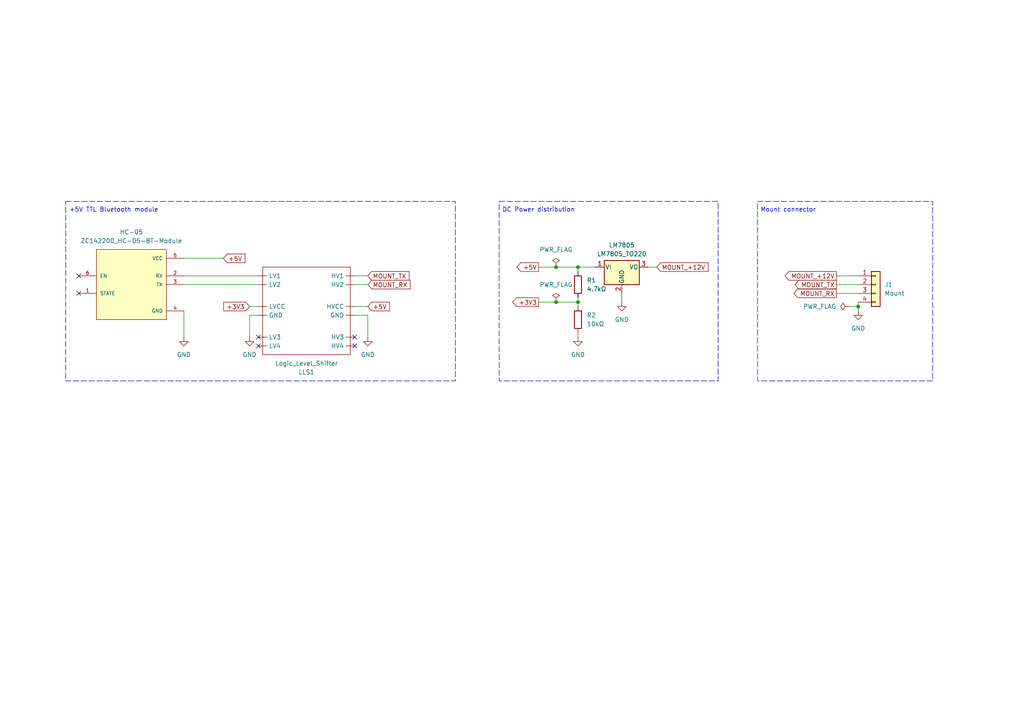
<source format=kicad_sch>
(kicad_sch (version 20250114) (generator "eeschema") (generator_version "9.0")
  (paper "A4")
  (title_block (title "Le Telescope EQMod Bluetooth dongle") (rev "1") (company "Le Telescope Ivry/Seine"))
  (lib_symbols
    (symbol "Connector_Generic:Conn_01x04" (pin_names (offset 1.016) (hide yes))
      (property "Reference" "J" (at 0 5.08 0))
      (property "Value" "Conn_01x04" (at 0 -7.62 0))
      (symbol "Conn_01x04_1_1"
        (rectangle (start -1.27 3.81) (end 1.27 -6.35) (stroke (width 0.254)) (fill (type background)))
        (rectangle (start -1.27 2.667) (end 0 2.413) (stroke (width 0.1524)))
        (rectangle (start -1.27 0.127) (end 0 -0.127) (stroke (width 0.1524)))
        (rectangle (start -1.27 -2.413) (end 0 -2.667) (stroke (width 0.1524)))
        (rectangle (start -1.27 -4.953) (end 0 -5.207) (stroke (width 0.1524)))
        (pin passive line (at -5.08 2.54 0) (length 3.81) (name "Pin_1") (number "1"))
        (pin passive line (at -5.08 0 0) (length 3.81) (name "Pin_2") (number "2"))
        (pin passive line (at -5.08 -2.54 0) (length 3.81) (name "Pin_3") (number "3"))
        (pin passive line (at -5.08 -5.08 0) (length 3.81) (name "Pin_4") (number "4"))
      )
    )
    (symbol "Device:R" (pin_numbers (hide yes)) (pin_names (offset 0))
      (property "Reference" "R" (at 2.032 0 90))
      (property "Value" "R" (at 0 0 90))
      (symbol "R_0_1"
        (rectangle (start -1.016 -2.54) (end 1.016 2.54) (stroke (width 0.254)))
      )
      (symbol "R_1_1"
        (pin passive line (at 0 3.81 270) (length 1.27) (name "~") (number "1"))
        (pin passive line (at 0 -3.81 90) (length 1.27) (name "~") (number "2"))
      )
    )
    (symbol "HC-05-BT-Module:ZC142200" (pin_names (offset 1.016))
      (property "Reference" "U" (at -10.16 10.922 0))
      (property "Value" "ZC142200" (at -10.16 -12.7 0))
      (symbol "ZC142200_0_0"
        (rectangle (start -10.16 -10.16) (end 10.16 10.16) (stroke (width 0.1524)) (fill (type background)))
        (pin input line (at -15.24 2.54 0) (length 5.08) (name "EN") (number "6"))
        (pin input line (at -15.24 -2.54 0) (length 5.08) (name "STATE") (number "1"))
        (pin power_in line (at 15.24 7.62 180) (length 5.08) (name "VCC") (number "5"))
        (pin input line (at 15.24 2.54 180) (length 5.08) (name "RX") (number "2"))
        (pin output line (at 15.24 0 180) (length 5.08) (name "TX") (number "3"))
        (pin power_in line (at 15.24 -7.62 180) (length 5.08) (name "GND") (number "4"))
      )
    )
    (symbol "Regulator_Linear:LM7805_TO220" (pin_names (offset 0.254))
      (property "Reference" "U" (at -3.81 3.175 0))
      (property "Value" "LM7805_TO220" (at 0 3.175 0))
      (symbol "LM7805_TO220_0_1"
        (rectangle (start -5.08 1.905) (end 5.08 -5.08) (stroke (width 0.254)) (fill (type background)))
      )
      (symbol "LM7805_TO220_1_1"
        (pin power_in line (at -7.62 0 0) (length 2.54) (name "VI") (number "1"))
        (pin power_in line (at 0 -7.62 90) (length 2.54) (name "GND") (number "2"))
        (pin power_out line (at 7.62 0 180) (length 2.54) (name "VO") (number "3"))
      )
    )
    (symbol "Soldererd_Logic_level_shifter:Soldererd_Logic_level_shifter" (pin_numbers (hide yes))
      (property "Reference" "SolderedLogicLevelShifter" (at 0.508 0 0))
      (symbol "Soldererd_Logic_level_shifter_0_1"
        (rectangle (start -12.7 -1.27) (end 12.7 -26.67))
      )
      (symbol "Soldererd_Logic_level_shifter_1_1"
        (pin bidirectional line (at -13.97 -3.81 0) (length 2.54) (name "HV4") (number "1"))
        (pin bidirectional line (at -13.97 -6.35 0) (length 2.54) (name "HV3") (number "2"))
        (pin power_in line (at -13.97 -12.7 0) (length 2.54) (name "GND") (number "3"))
        (pin power_in line (at -13.97 -15.24 0) (length 2.54) (name "HVCC") (number "4"))
        (pin bidirectional line (at -13.97 -21.59 0) (length 2.54) (name "HV2") (number "5"))
        (pin bidirectional line (at -13.97 -24.13 0) (length 2.54) (name "HV1") (number "6"))
        (pin bidirectional line (at 13.97 -3.81 180) (length 2.54) (name "LV4") (number "7"))
        (pin bidirectional line (at 13.97 -6.35 180) (length 2.54) (name "LV3") (number "8"))
        (pin power_in line (at 13.97 -12.7 180) (length 2.54) (name "GND") (number "9"))
        (pin power_in line (at 13.97 -15.24 180) (length 2.54) (name "LVCC") (number "10"))
        (pin bidirectional line (at 13.97 -21.59 180) (length 2.54) (name "LV2") (number "11"))
        (pin bidirectional line (at 13.97 -24.13 180) (length 2.54) (name "LV1") (number "12"))
      )
    )
    (symbol "power:GND" (power) (pin_numbers (hide yes)) (pin_names (offset 0) (hide yes))
      (property "Value" "GND" (at 0 -3.81 0))
      (symbol "GND_0_1"
        (polyline (pts (xy 0 0) (xy 0 -1.27) (xy 1.27 -1.27) (xy 0 -2.54) (xy -1.27 -1.27) (xy 0 -1.27)))
      )
      (symbol "GND_1_1"
        (pin power_in line (at 0 0 270) (length 0) (name "~") (number "1"))
      )
    )
    (symbol "power:PWR_FLAG" (power) (pin_numbers (hide yes)) (pin_names (offset 0) (hide yes))
      (property "Value" "PWR_FLAG" (at 0 3.81 0))
      (symbol "PWR_FLAG_0_0"
        (pin power_out line (at 0 0 90) (length 0) (name "~") (number "1"))
      )
      (symbol "PWR_FLAG_0_1"
        (polyline (pts (xy 0 0) (xy 0 1.27) (xy -1.016 1.905) (xy 0 2.54) (xy 1.016 1.905) (xy 0 1.27)))
      )
    )
  )
  (rectangle (start 144.78 58.42) (end 208.28 110.49) (stroke (width 0) (type dash)))
  (rectangle (start 219.71 58.42) (end 270.51 110.49) (stroke (width 0) (type dash)))
  (rectangle (start 19.05 58.42) (end 132.08 110.49) (stroke (width 0) (type dash)))
  (text "DC Power distribution" (at 156.21 60.96 0) (effects (font (size 1.27 1.27))))
  (text "Mount connector" (at 228.6 60.96 0) (effects (font (size 1.27 1.27))))
  (text "+5V TTL Bluetooth module" (at 33.02 60.96 0) (effects (font (size 1.27 1.27))))
  (junction (at 167.64 87.63))
  (junction (at 161.29 77.47))
  (junction (at 248.92 88.9))
  (junction (at 167.64 77.47))
  (junction (at 161.29 87.63))
  (no_connect (at 102.87 97.79))
  (no_connect (at 74.93 100.33))
  (no_connect (at 22.86 80.01))
  (no_connect (at 22.86 85.09))
  (no_connect (at 102.87 100.33))
  (no_connect (at 74.93 97.79))
  (wire (pts (xy 102.87 88.9) (xy 106.68 88.9)))
  (wire (pts (xy 167.64 86.36) (xy 167.64 87.63)))
  (wire (pts (xy 72.39 91.44) (xy 74.93 91.44)))
  (wire (pts (xy 242.57 82.55) (xy 248.92 82.55)))
  (wire (pts (xy 248.92 88.9) (xy 248.92 90.17)))
  (wire (pts (xy 246.38 88.9) (xy 248.92 88.9)))
  (wire (pts (xy 156.21 77.47) (xy 161.29 77.47)))
  (wire (pts (xy 106.68 97.79) (xy 106.68 91.44)))
  (wire (pts (xy 72.39 88.9) (xy 74.93 88.9)))
  (wire (pts (xy 242.57 80.01) (xy 248.92 80.01)))
  (wire (pts (xy 167.64 87.63) (xy 167.64 88.9)))
  (wire (pts (xy 161.29 77.47) (xy 167.64 77.47)))
  (wire (pts (xy 167.64 87.63) (xy 161.29 87.63)))
  (wire (pts (xy 167.64 77.47) (xy 172.72 77.47)))
  (wire (pts (xy 161.29 87.63) (xy 156.21 87.63)))
  (wire (pts (xy 53.34 90.17) (xy 53.34 97.79)))
  (wire (pts (xy 187.96 77.47) (xy 190.5 77.47)))
  (wire (pts (xy 167.64 77.47) (xy 167.64 78.74)))
  (wire (pts (xy 167.64 97.79) (xy 167.64 96.52)))
  (wire (pts (xy 53.34 80.01) (xy 74.93 80.01)))
  (wire (pts (xy 242.57 85.09) (xy 248.92 85.09)))
  (wire (pts (xy 102.87 82.55) (xy 106.68 82.55)))
  (wire (pts (xy 106.68 91.44) (xy 102.87 91.44)))
  (wire (pts (xy 102.87 80.01) (xy 106.68 80.01)))
  (wire (pts (xy 248.92 87.63) (xy 248.92 88.9)))
  (wire (pts (xy 53.34 74.93) (xy 64.77 74.93)))
  (wire (pts (xy 180.34 85.09) (xy 180.34 87.63)))
  (wire (pts (xy 72.39 97.79) (xy 72.39 91.44)))
  (wire (pts (xy 53.34 82.55) (xy 74.93 82.55)))
  (global_label "+5V" (shape input) (at 64.77 74.93 0) (property "Intersheetrefs" "${INTERSHEET_REFS}" (effects (hide yes))))
  (global_label "MOUNT_RX" (shape output) (at 242.57 85.09 180) (property "Intersheetrefs" "${INTERSHEET_REFS}" (effects (hide yes))))
  (global_label "MOUNT_+12V" (shape input) (at 190.5 77.47 0) (property "Intersheetrefs" "${INTERSHEET_REFS}" (effects (hide yes))))
  (global_label "+5V" (shape input) (at 106.68 88.9 0) (property "Intersheetrefs" "${INTERSHEET_REFS}" (effects (hide yes))))
  (global_label "+3V3" (shape input) (at 72.39 88.9 180) (property "Intersheetrefs" "${INTERSHEET_REFS}" (effects (hide yes))))
  (global_label "+5V" (shape output) (at 156.21 77.47 180) (property "Intersheetrefs" "${INTERSHEET_REFS}" (effects (hide yes))))
  (global_label "MOUNT_RX" (shape input) (at 106.68 82.55 0) (property "Intersheetrefs" "${INTERSHEET_REFS}" (effects (hide yes))))
  (global_label "MOUNT_+12V" (shape output) (at 242.57 80.01 180) (property "Intersheetrefs" "${INTERSHEET_REFS}" (effects (hide yes))))
  (global_label "+3V3" (shape output) (at 156.21 87.63 180) (property "Intersheetrefs" "${INTERSHEET_REFS}" (effects (hide yes))))
  (global_label "MOUNT_TX" (shape input) (at 106.68 80.01 0) (property "Intersheetrefs" "${INTERSHEET_REFS}" (effects (hide yes))))
  (global_label "MOUNT_TX" (shape output) (at 242.57 82.55 180) (property "Intersheetrefs" "${INTERSHEET_REFS}" (effects (hide yes))))
  (symbol (lib_id "power:GND") (at 167.64 97.79 0) (unit 1)
    (property "Reference" "#PWR02" (effects (hide yes)))
    (property "Value" "GND" (at 167.64 102.87 0))
    (property "Description" "Power symbol creates a global label with name \"GND\" , ground" (effects (hide yes)))
  )
  (symbol (lib_id "power:GND") (at 248.92 90.17 0) (unit 1)
    (property "Reference" "#PWR06" (effects (hide yes)))
    (property "Value" "GND" (at 248.92 95.25 0))
    (property "Description" "Power symbol creates a global label with name \"GND\" , ground" (effects (hide yes)))
  )
  (symbol (lib_id "power:GND") (at 180.34 87.63 0) (unit 1)
    (property "Reference" "#PWR01" (effects (hide yes)))
    (property "Value" "GND" (at 180.34 92.71 0))
    (property "Description" "Power symbol creates a global label with name \"GND\" , ground" (effects (hide yes)))
  )
  (symbol (lib_id "Connector_Generic:Conn_01x04") (at 254 82.55 0) (unit 1)
    (property "Reference" "J1" (at 256.54 82.5499 0) (effects (justify left)))
    (property "Value" "Mount" (at 256.54 85.0899 0) (effects (justify left)))
    (property "Footprint" "Connector_PinHeader_2.54mm:PinHeader_1x04_P2.54mm_Vertical" (effects (hide yes)))
    (property "Description" "Generic connector, single row, 01x04, script generated (kicad-library-utils/schlib/autogen/connector/)" (effects (hide yes)))
  )
  (symbol (lib_id "HC-05-BT-Module:ZC142200") (at 38.1 82.55 0) (unit 1)
    (property "Reference" "HC-05" (at 38.1 67.31 0))
    (property "Value" "ZC142200_HC-05-BT-Module" (at 38.1 69.85 0))
    (property "Footprint" "ZC142200:MODULE_ZC142200_HC05" (effects (hide yes)))
    (property "MF" "YKS" (effects (hide yes)))
    (property "MAXIMUM_PACKAGE_HEIGHT" "37.5mm" (effects (hide yes)))
    (property "Package" "None" (effects (hide yes)))
    (property "Price" "None" (effects (hide yes)))
    (property "Check_prices" "https://www.snapeda.com/parts/ZC142200/YKS/view-part/?ref=eda" (effects (hide yes)))
    (property "STANDARD" "Manufacturer Recommendations" (effects (hide yes)))
    (property "PARTREV" "N/A" (effects (hide yes)))
    (property "SnapEDA_Link" "https://www.snapeda.com/parts/ZC142200/YKS/view-part/?ref=snap" (effects (hide yes)))
    (property "MP" "ZC142200" (effects (hide yes)))
    (property "Description_1" "1pc HC-05 6 Pin Wireless Bluetooth RF Transceiver Module Serial For Arduino" (effects (hide yes)))
    (property "Availability" "Not in stock" (effects (hide yes)))
    (property "MANUFACTURER" "YKS" (effects (hide yes)))
  )
  (symbol (lib_id "power:PWR_FLAG") (at 161.29 87.63 0) (unit 1)
    (property "Reference" "#FLG03" (effects (hide yes)))
    (property "Value" "PWR_FLAG" (at 161.29 82.55 0))
    (property "Description" "Special symbol for telling ERC where power comes from" (effects (hide yes)))
  )
  (symbol (lib_id "Device:R") (at 167.64 92.71 0) (unit 1)
    (property "Reference" "R2" (at 170.18 91.4399 0) (effects (justify left)))
    (property "Value" "10kΩ" (at 170.18 93.9799 0) (effects (justify left)))
    (property "Footprint" "Resistor_THT:R_Axial_DIN0207_L6.3mm_D2.5mm_P10.16mm_Horizontal" (effects (hide yes)))
    (property "Description" "Resistor" (effects (hide yes)))
  )
  (symbol (lib_id "power:GND") (at 106.68 97.79 0) (unit 1)
    (property "Reference" "#PWR04" (effects (hide yes)))
    (property "Value" "GND" (at 106.68 102.87 0))
    (property "Description" "Power symbol creates a global label with name \"GND\" , ground" (effects (hide yes)))
  )
  (symbol (lib_id "Soldererd_Logic_level_shifter:Soldererd_Logic_level_shifter") (at 88.9 104.14 180) (unit 1)
    (property "Reference" "LLS1" (at 88.9 107.95 0))
    (property "Value" "Logic_Level_Shifter" (at 88.9 105.41 0))
    (property "Footprint" "Soldered_Logic_Level_Shifter:Logic Level Shifter" (effects (hide yes)))
  )
  (symbol (lib_id "power:PWR_FLAG") (at 246.38 88.9 90) (unit 1)
    (property "Reference" "#FLG02" (effects (hide yes)))
    (property "Value" "PWR_FLAG" (at 242.57 88.8999 90) (effects (justify left)))
    (property "Description" "Special symbol for telling ERC where power comes from" (effects (hide yes)))
  )
  (symbol (lib_id "power:GND") (at 72.39 97.79 0) (unit 1)
    (property "Reference" "#PWR05" (effects (hide yes)))
    (property "Value" "GND" (at 72.39 102.87 0))
    (property "Description" "Power symbol creates a global label with name \"GND\" , ground" (effects (hide yes)))
  )
  (symbol (lib_id "Device:R") (at 167.64 82.55 0) (unit 1)
    (property "Reference" "R1" (at 170.18 81.2799 0) (effects (justify left)))
    (property "Value" "4.7kΩ" (at 170.18 83.8199 0) (effects (justify left)))
    (property "Footprint" "Resistor_THT:R_Axial_DIN0207_L6.3mm_D2.5mm_P10.16mm_Horizontal" (effects (hide yes)))
    (property "Description" "Resistor" (effects (hide yes)))
  )
  (symbol (lib_id "power:GND") (at 53.34 97.79 0) (unit 1)
    (property "Reference" "#PWR03" (effects (hide yes)))
    (property "Value" "GND" (at 53.34 102.87 0))
    (property "Description" "Power symbol creates a global label with name \"GND\" , ground" (effects (hide yes)))
  )
  (symbol (lib_id "power:PWR_FLAG") (at 161.29 77.47 0) (unit 1)
    (property "Reference" "#FLG01" (effects (hide yes)))
    (property "Value" "PWR_FLAG" (at 161.29 72.39 0))
    (property "Description" "Special symbol for telling ERC where power comes from" (effects (hide yes)))
  )
  (symbol (lib_id "Regulator_Linear:LM7805_TO220") (at 180.34 77.47 0) (unit 1)
    (property "Reference" "LM7805" (at 180.34 71.12 0))
    (property "Value" "LM7805_TO220" (at 180.34 73.66 0))
    (property "Footprint" "Package_TO_SOT_THT:TO-220-3_Vertical" (effects (hide yes)))
    (property "Datasheet" "https://www.onsemi.cn/PowerSolutions/document/MC7800-D.PDF" (effects (hide yes)))
    (property "Description" "Positive 1A 35V Linear Regulator, Fixed Output 5V, TO-220" (effects (hide yes)))
  )
)
</source>
